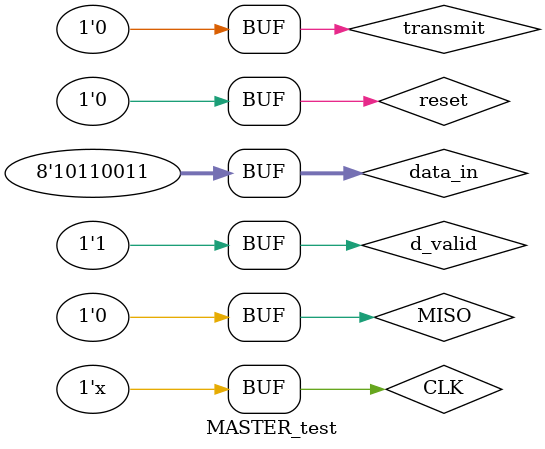
<source format=v>
module MASTER_test;
reg transmit, MISO, CLK, reset, d_valid;
reg [7:0] data_in;
wire MOSI, SCLK, CS, done;
wire [7:0] rx;
MASTER ins(transmit, MISO, CLK, reset, d_valid, data_in, MOSI, SCLK, CS, done, rx);

always #5 CLK = ~CLK;

initial begin
CLK= 0;
reset= 1;
transmit= 0;
MISO= 0;
d_valid= 0;
data_in= 8'b0;

#20 reset= 0; //S0
#10 transmit= 1; //S0
#10 data_in= 8'b10110011; //S1
    d_valid= 1;
#10; //S2`
#10 MISO= 1; //S3
#10; //S4

#10 MISO= 1; //S5
#10; //S6

#10 MISO= 0; //S7
#10; //S8

#10 MISO= 0; //S9
#10; //S10

#10 MISO= 1; //S11
#10; //S12

#10 MISO= 0; //S13
#10; //S14

#10 MISO= 1; //S15
#10; //S16

#10 MISO= 0; //S17
#10; //S18

#10 transmit= 0; //S19
#10;
end
endmodule





</source>
